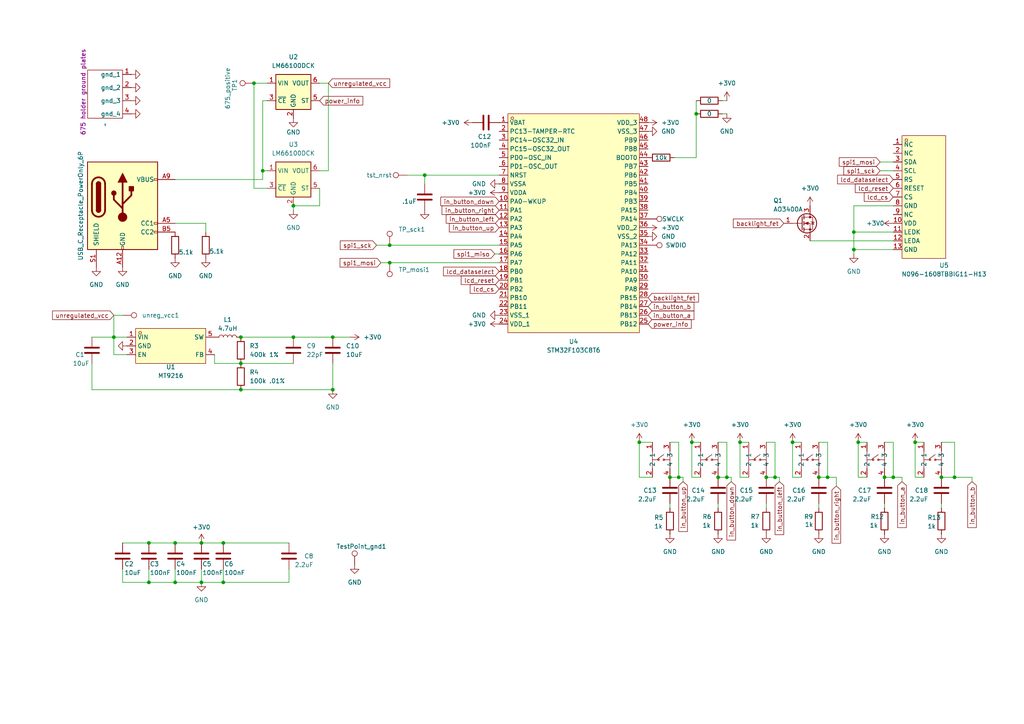
<source format=kicad_sch>
(kicad_sch (version 20250114) (generator "eeschema") (generator_version "9.0")
  (paper "A4")
  (title_block (title "stm32 business card"))
  (lib_symbols
    (symbol "Connector:TestPoint" (pin_numbers (hide yes)) (pin_names (offset 0.762) (hide yes))
      (property "Reference" "TP" (at 0 6.858 0))
      (property "Value" "TestPoint" (at 0 5.08 0))
      (symbol "TestPoint_0_1"
        (circle (center 0 3.302) (radius 0.762))
      )
      (symbol "TestPoint_1_1"
        (pin passive line (at 0 0 90) (length 2.54) (name "1") (number "1"))
      )
    )
    (symbol "Connector:USB_C_Receptacle_PowerOnly_6P" (pin_names (offset 1.016))
      (property "Reference" "J" (at 0 16.51 0))
      (property "Value" "USB_C_Receptacle_PowerOnly_6P" (at 0 13.97 0))
      (symbol "USB_C_Receptacle_PowerOnly_6P_0_0"
        (rectangle (start -0.254 -12.7) (end 0.254 -11.684))
        (rectangle (start 10.16 7.874) (end 9.144 7.366))
        (rectangle (start 10.16 -4.826) (end 9.144 -5.334))
        (rectangle (start 10.16 -7.366) (end 9.144 -7.874))
      )
      (symbol "USB_C_Receptacle_PowerOnly_6P_0_1"
        (rectangle (start -10.16 12.7) (end 10.16 -12.7) (stroke (width 0.254)) (fill (type background)))
        (polyline (pts (xy -8.89 -1.27) (xy -8.89 6.35)) (stroke (width 0.508)))
        (rectangle (start -7.62 -1.27) (end -6.35 6.35) (stroke (width 0.254)) (fill (type outline)))
        (arc (start -7.62 6.35) (mid -6.985 6.9823) (end -6.35 6.35) (stroke (width 0.254)))
        (arc (start -7.62 6.35) (mid -6.985 6.9823) (end -6.35 6.35) (stroke (width 0.254)) (fill (type outline)))
        (arc (start -8.89 6.35) (mid -6.985 8.2467) (end -5.08 6.35) (stroke (width 0.508)))
        (arc (start -5.08 -1.27) (mid -6.985 -3.1667) (end -8.89 -1.27) (stroke (width 0.508)))
        (arc (start -6.35 -1.27) (mid -6.985 -1.9023) (end -7.62 -1.27) (stroke (width 0.254)))
        (arc (start -6.35 -1.27) (mid -6.985 -1.9023) (end -7.62 -1.27) (stroke (width 0.254)) (fill (type outline)))
        (polyline (pts (xy -5.08 6.35) (xy -5.08 -1.27)) (stroke (width 0.508)))
        (circle (center -2.54 3.683) (radius 0.635) (stroke (width 0.254)) (fill (type outline)))
        (polyline (pts (xy -1.27 6.858) (xy 0 9.398) (xy 1.27 6.858) (xy -1.27 6.858)) (stroke (width 0.254)) (fill (type outline)))
        (polyline (pts (xy 0 0.508) (xy 2.54 3.048) (xy 2.54 4.318)) (stroke (width 0.508)))
        (polyline (pts (xy 0 -0.762) (xy -2.54 1.778) (xy -2.54 3.048)) (stroke (width 0.508)))
        (polyline (pts (xy 0 -3.302) (xy 0 6.858)) (stroke (width 0.508)))
        (circle (center 0 -3.302) (radius 1.27) (fill (type outline)))
        (rectangle (start 1.905 4.318) (end 3.175 5.588) (stroke (width 0.254)) (fill (type outline)))
      )
      (symbol "USB_C_Receptacle_PowerOnly_6P_1_1"
        (pin passive line (at -7.62 -17.78 90) (length 5.08) (name "SHIELD") (number "S1"))
        (pin passive line (at 0 -17.78 90) (length 5.08) (name "GND") (number "A12"))
        (pin passive line (at 0 -17.78 90) (length 5.08) (hide yes) (name "GND") (number "B12"))
        (pin passive line (at 15.24 7.62 180) (length 5.08) (name "VBUS") (number "A9"))
        (pin passive line (at 15.24 7.62 180) (length 5.08) (hide yes) (name "VBUS") (number "B9"))
        (pin bidirectional line (at 15.24 -5.08 180) (length 5.08) (name "CC1") (number "A5"))
        (pin bidirectional line (at 15.24 -7.62 180) (length 5.08) (name "CC2") (number "B5"))
      )
    )
    (symbol "Device:C" (pin_numbers (hide yes)) (pin_names (offset 0.254))
      (property "Reference" "C" (at 0.635 2.54 0))
      (property "Value" "C" (at 0.635 -2.54 0))
      (symbol "C_0_1"
        (polyline (pts (xy -2.032 0.762) (xy 2.032 0.762)) (stroke (width 0.508)))
        (polyline (pts (xy -2.032 -0.762) (xy 2.032 -0.762)) (stroke (width 0.508)))
      )
      (symbol "C_1_1"
        (pin passive line (at 0 3.81 270) (length 2.794) (name "~") (number "1"))
        (pin passive line (at 0 -3.81 90) (length 2.794) (name "~") (number "2"))
      )
    )
    (symbol "Device:L" (pin_numbers (hide yes)) (pin_names (offset 1.016) (hide yes))
      (property "Reference" "L" (at -1.27 0 90))
      (property "Value" "L" (at 1.905 0 90))
      (symbol "L_0_1"
        (arc (start 0 2.54) (mid 0.6323 1.905) (end 0 1.27))
        (arc (start 0 1.27) (mid 0.6323 0.635) (end 0 0))
        (arc (start 0 0) (mid 0.6323 -0.635) (end 0 -1.27))
        (arc (start 0 -1.27) (mid 0.6323 -1.905) (end 0 -2.54))
      )
      (symbol "L_1_1"
        (pin passive line (at 0 3.81 270) (length 1.27) (name "1") (number "1"))
        (pin passive line (at 0 -3.81 90) (length 1.27) (name "2") (number "2"))
      )
    )
    (symbol "Device:R" (pin_numbers (hide yes)) (pin_names (offset 0))
      (property "Reference" "R" (at 2.032 0 90))
      (property "Value" "R" (at 0 0 90))
      (symbol "R_0_1"
        (rectangle (start -1.016 -2.54) (end 1.016 2.54) (stroke (width 0.254)))
      )
      (symbol "R_1_1"
        (pin passive line (at 0 3.81 270) (length 1.27) (name "~") (number "1"))
        (pin passive line (at 0 -3.81 90) (length 1.27) (name "~") (number "2"))
      )
    )
    (symbol "Power_Management:LM66100DCK"
      (property "Reference" "U" (at -5.08 6.096 0))
      (property "Value" "LM66100DCK" (at 0.254 -6.35 0))
      (symbol "LM66100DCK_0_1"
        (rectangle (start -5.08 5.08) (end 5.08 -5.08) (stroke (width 0.254)) (fill (type background)))
      )
      (symbol "LM66100DCK_1_1"
        (pin power_in line (at -7.62 2.54 0) (length 2.54) (name "VIN") (number "1"))
        (pin input line (at -7.62 -2.54 0) (length 2.54) (name "~{CE}") (number "3"))
        (pin no_connect line (at 0 5.08 270) (length 2.54) (hide yes) (name "NC") (number "4"))
        (pin power_in line (at 0 -7.62 90) (length 2.54) (name "GND") (number "2"))
        (pin power_out line (at 7.62 2.54 180) (length 2.54) (name "VOUT") (number "6"))
        (pin open_collector line (at 7.62 -2.54 180) (length 2.54) (name "ST") (number "5"))
      )
    )
    (symbol "Transistor_FET:AO3400A" (pin_names (hide yes))
      (property "Reference" "Q" (at 5.08 1.905 0))
      (property "Value" "AO3400A" (at 5.08 0 0))
      (symbol "AO3400A_0_1"
        (polyline (pts (xy 0.254 1.905) (xy 0.254 -1.905)) (stroke (width 0.254)))
        (polyline (pts (xy 0.254 0) (xy -2.54 0)))
        (polyline (pts (xy 0.762 2.286) (xy 0.762 1.27)) (stroke (width 0.254)))
        (polyline (pts (xy 0.762 0.508) (xy 0.762 -0.508)) (stroke (width 0.254)))
        (polyline (pts (xy 0.762 -1.27) (xy 0.762 -2.286)) (stroke (width 0.254)))
        (polyline (pts (xy 0.762 -1.778) (xy 3.302 -1.778) (xy 3.302 1.778) (xy 0.762 1.778)))
        (polyline (pts (xy 1.016 0) (xy 2.032 0.381) (xy 2.032 -0.381) (xy 1.016 0)) (fill (type outline)))
        (circle (center 1.651 0) (radius 2.794) (stroke (width 0.254)))
        (polyline (pts (xy 2.54 2.54) (xy 2.54 1.778)))
        (circle (center 2.54 1.778) (radius 0.254) (fill (type outline)))
        (circle (center 2.54 -1.778) (radius 0.254) (fill (type outline)))
        (polyline (pts (xy 2.54 -2.54) (xy 2.54 0) (xy 0.762 0)))
        (polyline (pts (xy 2.794 0.508) (xy 2.921 0.381) (xy 3.683 0.381) (xy 3.81 0.254)))
        (polyline (pts (xy 3.302 0.381) (xy 2.921 -0.254) (xy 3.683 -0.254) (xy 3.302 0.381)))
      )
      (symbol "AO3400A_1_1"
        (pin input line (at -5.08 0 0) (length 2.54) (name "G") (number "1"))
        (pin passive line (at 2.54 5.08 270) (length 2.54) (name "D") (number "3"))
        (pin passive line (at 2.54 -5.08 90) (length 2.54) (name "S") (number "2"))
      )
    )
    (symbol "battery_holder:quad_675"
      (symbol "quad_675_0_1"
        (rectangle (start 2.54 12.7) (end 12.7 -1.27))
      )
      (symbol "quad_675_1_1"
        (pin bidirectional line (at 0 11.43 0) (length 2.54) (name "gnd_4") (number "4"))
        (pin bidirectional line (at 0 7.62 0) (length 2.54) (name "gnd_3") (number "3"))
        (pin bidirectional line (at 0 3.81 0) (length 2.54) (name "gnd_2") (number "2"))
        (pin bidirectional line (at 0 0 0) (length 2.54) (name "gnd_1") (number "1"))
      )
    )
    (symbol "easyeda2kicad:MT9216"
      (property "Reference" "U" (at 0 7.62 0))
      (property "Value" "MT9216" (at 0 -7.62 0))
      (symbol "MT9216_0_1"
        (rectangle (start -10.16 5.08) (end 10.16 -5.08) (fill (type background)))
        (circle (center -8.89 3.81) (radius 0.38))
        (pin unspecified line (at -12.7 2.54 0) (length 2.54) (name "VIN") (number "1"))
        (pin unspecified line (at -12.7 0 0) (length 2.54) (name "GND") (number "2"))
        (pin unspecified line (at -12.7 -2.54 0) (length 2.54) (name "EN") (number "3"))
        (pin unspecified line (at 12.7 2.54 180) (length 2.54) (name "SW") (number "5"))
        (pin unspecified line (at 12.7 -2.54 180) (length 2.54) (name "FB") (number "4"))
      )
    )
    (symbol "easyeda2kicad:N096-1608TBBIG11-H13"
      (property "Reference" "U" (at 0 20.32 0))
      (property "Value" "N096-1608TBBIG11-H13" (at 0 -20.32 0))
      (symbol "N096-1608TBBIG11-H13_0_1"
        (rectangle (start -6.35 17.78) (end 6.35 -17.78) (fill (type background)))
        (circle (center -5.08 16.51) (radius 0.38))
        (pin unspecified line (at -8.89 15.24 0) (length 2.54) (name "NC") (number "1"))
        (pin unspecified line (at -8.89 12.7 0) (length 2.54) (name "NC") (number "2"))
        (pin unspecified line (at -8.89 10.16 0) (length 2.54) (name "SDA") (number "3"))
        (pin unspecified line (at -8.89 7.62 0) (length 2.54) (name "SCL") (number "4"))
        (pin unspecified line (at -8.89 5.08 0) (length 2.54) (name "RS") (number "5"))
        (pin unspecified line (at -8.89 2.54 0) (length 2.54) (name "RESET") (number "6"))
        (pin unspecified line (at -8.89 0 0) (length 2.54) (name "CS") (number "7"))
        (pin unspecified line (at -8.89 -2.54 0) (length 2.54) (name "GND") (number "8"))
        (pin unspecified line (at -8.89 -5.08 0) (length 2.54) (name "NC") (number "9"))
        (pin unspecified line (at -8.89 -7.62 0) (length 2.54) (name "VDD") (number "10"))
        (pin unspecified line (at -8.89 -10.16 0) (length 2.54) (name "LEDK") (number "11"))
        (pin unspecified line (at -8.89 -12.7 0) (length 2.54) (name "LEDA") (number "12"))
        (pin unspecified line (at -8.89 -15.24 0) (length 2.54) (name "GND") (number "13"))
      )
    )
    (symbol "easyeda2kicad:STM32F103C8T6"
      (property "Reference" "U" (at 0 34.29 0))
      (property "Value" "STM32F103C8T6" (at 0 -34.29 0))
      (symbol "STM32F103C8T6_0_1"
        (rectangle (start -19.05 31.75) (end 19.05 -31.75) (fill (type background)))
        (circle (center -17.78 30.48) (radius 0.38))
        (pin unspecified line (at -21.59 29.21 0) (length 2.54) (name "VBAT") (number "1"))
        (pin unspecified line (at -21.59 26.67 0) (length 2.54) (name "PC13-TAMPER-RTC") (number "2"))
        (pin unspecified line (at -21.59 24.13 0) (length 2.54) (name "PC14-OSC32_IN") (number "3"))
        (pin unspecified line (at -21.59 21.59 0) (length 2.54) (name "PC15-OSC32_OUT") (number "4"))
        (pin unspecified line (at -21.59 19.05 0) (length 2.54) (name "PD0-OSC_IN") (number "5"))
        (pin unspecified line (at -21.59 16.51 0) (length 2.54) (name "PD1-OSC_OUT") (number "6"))
        (pin unspecified line (at -21.59 13.97 0) (length 2.54) (name "NRST") (number "7"))
        (pin unspecified line (at -21.59 11.43 0) (length 2.54) (name "VSSA") (number "8"))
        (pin unspecified line (at -21.59 8.89 0) (length 2.54) (name "VDDA") (number "9"))
        (pin unspecified line (at -21.59 6.35 0) (length 2.54) (name "PA0-WKUP") (number "10"))
        (pin unspecified line (at -21.59 3.81 0) (length 2.54) (name "PA1") (number "11"))
        (pin unspecified line (at -21.59 1.27 0) (length 2.54) (name "PA2") (number "12"))
        (pin unspecified line (at -21.59 -1.27 0) (length 2.54) (name "PA3") (number "13"))
        (pin unspecified line (at -21.59 -3.81 0) (length 2.54) (name "PA4") (number "14"))
        (pin unspecified line (at -21.59 -6.35 0) (length 2.54) (name "PA5") (number "15"))
        (pin unspecified line (at -21.59 -8.89 0) (length 2.54) (name "PA6") (number "16"))
        (pin unspecified line (at -21.59 -11.43 0) (length 2.54) (name "PA7") (number "17"))
        (pin unspecified line (at -21.59 -13.97 0) (length 2.54) (name "PB0") (number "18"))
        (pin unspecified line (at -21.59 -16.51 0) (length 2.54) (name "PB1") (number "19"))
        (pin unspecified line (at -21.59 -19.05 0) (length 2.54) (name "PB2") (number "20"))
        (pin unspecified line (at -21.59 -21.59 0) (length 2.54) (name "PB10") (number "21"))
        (pin unspecified line (at -21.59 -24.13 0) (length 2.54) (name "PB11") (number "22"))
        (pin unspecified line (at -21.59 -26.67 0) (length 2.54) (name "VSS_1") (number "23"))
        (pin unspecified line (at -21.59 -29.21 0) (length 2.54) (name "VDD_1") (number "24"))
        (pin unspecified line (at 21.59 29.21 180) (length 2.54) (name "VDD_3") (number "48"))
        (pin unspecified line (at 21.59 26.67 180) (length 2.54) (name "VSS_3") (number "47"))
        (pin unspecified line (at 21.59 24.13 180) (length 2.54) (name "PB9") (number "46"))
        (pin unspecified line (at 21.59 21.59 180) (length 2.54) (name "PB8") (number "45"))
        (pin unspecified line (at 21.59 19.05 180) (length 2.54) (name "BOOT0") (number "44"))
        (pin unspecified line (at 21.59 16.51 180) (length 2.54) (name "PB7") (number "43"))
        (pin unspecified line (at 21.59 13.97 180) (length 2.54) (name "PB6") (number "42"))
        (pin unspecified line (at 21.59 11.43 180) (length 2.54) (name "PB5") (number "41"))
        (pin unspecified line (at 21.59 8.89 180) (length 2.54) (name "PB4") (number "40"))
        (pin unspecified line (at 21.59 6.35 180) (length 2.54) (name "PB3") (number "39"))
        (pin unspecified line (at 21.59 3.81 180) (length 2.54) (name "PA15") (number "38"))
        (pin unspecified line (at 21.59 1.27 180) (length 2.54) (name "PA14") (number "37"))
        (pin unspecified line (at 21.59 -1.27 180) (length 2.54) (name "VDD_2") (number "36"))
        (pin unspecified line (at 21.59 -3.81 180) (length 2.54) (name "VSS_2") (number "35"))
        (pin unspecified line (at 21.59 -6.35 180) (length 2.54) (name "PA13") (number "34"))
        (pin unspecified line (at 21.59 -8.89 180) (length 2.54) (name "PA12") (number "33"))
        (pin unspecified line (at 21.59 -11.43 180) (length 2.54) (name "PA11") (number "32"))
        (pin unspecified line (at 21.59 -13.97 180) (length 2.54) (name "PA10") (number "31"))
        (pin unspecified line (at 21.59 -16.51 180) (length 2.54) (name "PA9") (number "30"))
        (pin unspecified line (at 21.59 -19.05 180) (length 2.54) (name "PA8") (number "29"))
        (pin unspecified line (at 21.59 -21.59 180) (length 2.54) (name "PB15") (number "28"))
        (pin unspecified line (at 21.59 -24.13 180) (length 2.54) (name "PB14") (number "27"))
        (pin unspecified line (at 21.59 -26.67 180) (length 2.54) (name "PB13") (number "26"))
        (pin unspecified line (at 21.59 -29.21 180) (length 2.54) (name "PB12") (number "25"))
      )
    )
    (symbol "easyeda2kicad:TSD003A04126A02"
      (property "Reference" "SW" (at 0 7.62 0))
      (property "Value" "TSD003A04126A02" (at 0 -7.62 0))
      (symbol "TSD003A04126A02_0_1"
        (polyline (pts (xy -2.54 2.54) (xy 2.54 2.54)))
        (polyline (pts (xy -1.52 -0.76) (xy -0.25 1.02)))
        (polyline (pts (xy 0 2.54) (xy 0 1.52)))
        (polyline (pts (xy 0 1.52) (xy 0 0.76)))
        (circle (center 0 0.76) (radius 0.25))
        (circle (center 0 -0.76) (radius 0.25))
        (polyline (pts (xy 0 -2.54) (xy 0 -0.76)))
        (polyline (pts (xy 2.54 -2.54) (xy -2.54 -2.54)))
        (pin unspecified line (at -5.08 2.54 0) (length 2.54) (name "1") (number "1"))
        (pin unspecified line (at -5.08 -2.54 0) (length 2.54) (name "3") (number "3"))
        (pin unspecified line (at 5.08 2.54 180) (length 2.54) (name "2") (number "2"))
        (pin unspecified line (at 5.08 -2.54 180) (length 2.54) (name "4") (number "4"))
      )
    )
    (symbol "power:+3V0" (power) (pin_numbers (hide yes)) (pin_names (offset 0) (hide yes))
      (property "Value" "+3V0" (at 0 3.556 0))
      (symbol "+3V0_0_1"
        (polyline (pts (xy -0.762 1.27) (xy 0 2.54)))
        (polyline (pts (xy 0 2.54) (xy 0.762 1.27)))
        (polyline (pts (xy 0 0) (xy 0 2.54)))
      )
      (symbol "+3V0_1_1"
        (pin power_in line (at 0 0 90) (length 0) (name "~") (number "1"))
      )
    )
    (symbol "power:GND" (power) (pin_numbers (hide yes)) (pin_names (offset 0) (hide yes))
      (property "Value" "GND" (at 0 -3.81 0))
      (symbol "GND_0_1"
        (polyline (pts (xy 0 0) (xy 0 -1.27) (xy 1.27 -1.27) (xy 0 -2.54) (xy -1.27 -1.27) (xy 0 -1.27)))
      )
      (symbol "GND_1_1"
        (pin power_in line (at 0 0 270) (length 0) (name "~") (number "1"))
      )
    )
  )
  (junction (at 50.8 157.48))
  (junction (at 194.31 138.43))
  (junction (at 247.65 67.31))
  (junction (at 113.03 76.2))
  (junction (at 85.09 97.79))
  (junction (at 224.79 138.43))
  (junction (at 43.18 168.91))
  (junction (at 265.43 128.27))
  (junction (at 58.42 168.91))
  (junction (at 240.03 138.43))
  (junction (at 276.86 138.43))
  (junction (at 208.28 138.43))
  (junction (at 248.92 128.27))
  (junction (at 273.05 138.43))
  (junction (at 69.85 97.79))
  (junction (at 123.19 50.8))
  (junction (at 96.52 97.79))
  (junction (at 96.52 113.03))
  (junction (at 73.66 24.13))
  (junction (at 237.49 138.43))
  (junction (at 222.25 138.43))
  (junction (at 214.63 128.27))
  (junction (at 259.08 138.43))
  (junction (at 201.93 33.02))
  (junction (at 185.42 128.27))
  (junction (at 50.8 168.91))
  (junction (at 76.2 49.53))
  (junction (at 210.82 138.43))
  (junction (at 247.65 72.39))
  (junction (at 64.77 157.48))
  (junction (at 85.09 59.69))
  (junction (at 229.87 128.27))
  (junction (at 196.85 138.43))
  (junction (at 256.54 138.43))
  (junction (at 43.18 157.48))
  (junction (at 113.03 71.12))
  (junction (at 69.85 113.03))
  (junction (at 69.85 105.41))
  (junction (at 200.66 128.27))
  (junction (at 64.77 168.91))
  (junction (at 33.02 97.79))
  (junction (at 58.42 157.48))
  (wire (pts (xy 194.31 147.32) (xy 194.31 146.05)))
  (wire (pts (xy 222.25 128.27) (xy 224.79 128.27)))
  (wire (pts (xy 76.2 52.07) (xy 76.2 49.53)))
  (wire (pts (xy 267.97 138.43) (xy 265.43 138.43)))
  (wire (pts (xy 256.54 138.43) (xy 259.08 138.43)))
  (wire (pts (xy 85.09 60.96) (xy 85.09 59.69)))
  (wire (pts (xy 43.18 165.1) (xy 43.18 168.91)))
  (wire (pts (xy 33.02 97.79) (xy 33.02 102.87)))
  (wire (pts (xy 210.82 29.21) (xy 209.55 29.21)))
  (wire (pts (xy 185.42 128.27) (xy 185.42 138.43)))
  (wire (pts (xy 200.66 128.27) (xy 203.2 128.27)))
  (wire (pts (xy 261.62 139.7) (xy 261.62 138.43)))
  (wire (pts (xy 237.49 138.43) (xy 240.03 138.43)))
  (wire (pts (xy 77.47 29.21) (xy 76.2 29.21)))
  (wire (pts (xy 256.54 128.27) (xy 259.08 128.27)))
  (wire (pts (xy 59.69 64.77) (xy 59.69 67.31)))
  (wire (pts (xy 248.92 128.27) (xy 248.92 138.43)))
  (wire (pts (xy 69.85 113.03) (xy 96.52 113.03)))
  (wire (pts (xy 113.03 71.12) (xy 144.78 71.12)))
  (wire (pts (xy 247.65 59.69) (xy 247.65 67.31)))
  (wire (pts (xy 33.02 91.44) (xy 33.02 97.79)))
  (wire (pts (xy 251.46 138.43) (xy 248.92 138.43)))
  (wire (pts (xy 77.47 54.61) (xy 73.66 54.61)))
  (wire (pts (xy 229.87 128.27) (xy 232.41 128.27)))
  (wire (pts (xy 69.85 113.03) (xy 26.67 113.03)))
  (wire (pts (xy 255.27 46.99) (xy 259.08 46.99)))
  (wire (pts (xy 73.66 24.13) (xy 77.47 24.13)))
  (wire (pts (xy 189.23 138.43) (xy 185.42 138.43)))
  (wire (pts (xy 64.77 157.48) (xy 83.82 157.48)))
  (wire (pts (xy 73.66 24.13) (xy 73.66 54.61)))
  (wire (pts (xy 62.23 105.41) (xy 69.85 105.41)))
  (wire (pts (xy 50.8 165.1) (xy 50.8 168.91)))
  (wire (pts (xy 232.41 138.43) (xy 229.87 138.43)))
  (wire (pts (xy 273.05 147.32) (xy 273.05 146.05)))
  (wire (pts (xy 237.49 128.27) (xy 240.03 128.27)))
  (wire (pts (xy 281.94 139.7) (xy 281.94 138.43)))
  (wire (pts (xy 76.2 49.53) (xy 77.47 49.53)))
  (wire (pts (xy 210.82 138.43) (xy 212.09 138.43)))
  (wire (pts (xy 83.82 168.91) (xy 83.82 165.1)))
  (wire (pts (xy 50.8 64.77) (xy 59.69 64.77)))
  (wire (pts (xy 123.19 50.8) (xy 123.19 53.34)))
  (wire (pts (xy 198.12 139.7) (xy 198.12 138.43)))
  (wire (pts (xy 226.06 138.43) (xy 224.79 138.43)))
  (wire (pts (xy 208.28 147.32) (xy 208.28 146.05)))
  (wire (pts (xy 96.52 105.41) (xy 96.52 113.03)))
  (wire (pts (xy 36.83 102.87) (xy 33.02 102.87)))
  (wire (pts (xy 118.11 50.8) (xy 123.19 50.8)))
  (wire (pts (xy 33.02 97.79) (xy 36.83 97.79)))
  (wire (pts (xy 214.63 128.27) (xy 217.17 128.27)))
  (wire (pts (xy 259.08 67.31) (xy 247.65 67.31)))
  (wire (pts (xy 95.25 24.13) (xy 92.71 24.13)))
  (wire (pts (xy 212.09 138.43) (xy 212.09 139.7)))
  (wire (pts (xy 43.18 168.91) (xy 50.8 168.91)))
  (wire (pts (xy 64.77 168.91) (xy 83.82 168.91)))
  (wire (pts (xy 208.28 128.27) (xy 210.82 128.27)))
  (wire (pts (xy 95.25 49.53) (xy 95.25 24.13)))
  (wire (pts (xy 76.2 29.21) (xy 76.2 49.53)))
  (wire (pts (xy 259.08 59.69) (xy 247.65 59.69)))
  (wire (pts (xy 69.85 97.79) (xy 85.09 97.79)))
  (wire (pts (xy 224.79 128.27) (xy 224.79 138.43)))
  (wire (pts (xy 210.82 33.02) (xy 209.55 33.02)))
  (wire (pts (xy 256.54 147.32) (xy 256.54 146.05)))
  (wire (pts (xy 50.8 168.91) (xy 58.42 168.91)))
  (wire (pts (xy 281.94 138.43) (xy 276.86 138.43)))
  (wire (pts (xy 26.67 105.41) (xy 26.67 113.03)))
  (wire (pts (xy 195.58 45.72) (xy 201.93 45.72)))
  (wire (pts (xy 222.25 147.32) (xy 222.25 146.05)))
  (wire (pts (xy 92.71 54.61) (xy 92.71 59.69)))
  (wire (pts (xy 198.12 138.43) (xy 196.85 138.43)))
  (wire (pts (xy 229.87 128.27) (xy 229.87 138.43)))
  (wire (pts (xy 273.05 138.43) (xy 276.86 138.43)))
  (wire (pts (xy 242.57 138.43) (xy 242.57 140.97)))
  (wire (pts (xy 201.93 29.21) (xy 201.93 33.02)))
  (wire (pts (xy 35.56 91.44) (xy 33.02 91.44)))
  (wire (pts (xy 113.03 76.2) (xy 144.78 76.2)))
  (wire (pts (xy 58.42 165.1) (xy 58.42 168.91)))
  (wire (pts (xy 242.57 138.43) (xy 240.03 138.43)))
  (wire (pts (xy 35.56 157.48) (xy 43.18 157.48)))
  (wire (pts (xy 50.8 157.48) (xy 58.42 157.48)))
  (wire (pts (xy 109.22 71.12) (xy 113.03 71.12)))
  (wire (pts (xy 194.31 128.27) (xy 196.85 128.27)))
  (wire (pts (xy 143.51 73.66) (xy 144.78 73.66)))
  (wire (pts (xy 276.86 138.43) (xy 276.86 128.27)))
  (wire (pts (xy 217.17 138.43) (xy 214.63 138.43)))
  (wire (pts (xy 92.71 49.53) (xy 95.25 49.53)))
  (wire (pts (xy 58.42 157.48) (xy 64.77 157.48)))
  (wire (pts (xy 210.82 128.27) (xy 210.82 138.43)))
  (wire (pts (xy 273.05 128.27) (xy 276.86 128.27)))
  (wire (pts (xy 85.09 59.69) (xy 92.71 59.69)))
  (wire (pts (xy 240.03 138.43) (xy 240.03 128.27)))
  (wire (pts (xy 110.49 76.2) (xy 113.03 76.2)))
  (wire (pts (xy 101.6 97.79) (xy 96.52 97.79)))
  (wire (pts (xy 58.42 168.91) (xy 64.77 168.91)))
  (wire (pts (xy 62.23 102.87) (xy 62.23 105.41)))
  (wire (pts (xy 26.67 97.79) (xy 33.02 97.79)))
  (wire (pts (xy 214.63 128.27) (xy 214.63 138.43)))
  (wire (pts (xy 265.43 128.27) (xy 267.97 128.27)))
  (wire (pts (xy 226.06 139.7) (xy 226.06 138.43)))
  (wire (pts (xy 201.93 33.02) (xy 201.93 45.72)))
  (wire (pts (xy 237.49 147.32) (xy 237.49 146.05)))
  (wire (pts (xy 261.62 138.43) (xy 259.08 138.43)))
  (wire (pts (xy 203.2 138.43) (xy 200.66 138.43)))
  (wire (pts (xy 247.65 67.31) (xy 247.65 72.39)))
  (wire (pts (xy 265.43 128.27) (xy 265.43 138.43)))
  (wire (pts (xy 259.08 138.43) (xy 259.08 128.27)))
  (wire (pts (xy 248.92 128.27) (xy 251.46 128.27)))
  (wire (pts (xy 208.28 138.43) (xy 210.82 138.43)))
  (wire (pts (xy 194.31 138.43) (xy 196.85 138.43)))
  (wire (pts (xy 50.8 52.07) (xy 76.2 52.07)))
  (wire (pts (xy 234.95 69.85) (xy 259.08 69.85)))
  (wire (pts (xy 69.85 105.41) (xy 85.09 105.41)))
  (wire (pts (xy 222.25 138.43) (xy 224.79 138.43)))
  (wire (pts (xy 185.42 128.27) (xy 189.23 128.27)))
  (wire (pts (xy 43.18 157.48) (xy 50.8 157.48)))
  (wire (pts (xy 247.65 72.39) (xy 247.65 73.66)))
  (wire (pts (xy 64.77 165.1) (xy 64.77 168.91)))
  (wire (pts (xy 35.56 165.1) (xy 35.56 168.91)))
  (wire (pts (xy 196.85 128.27) (xy 196.85 138.43)))
  (wire (pts (xy 247.65 72.39) (xy 259.08 72.39)))
  (wire (pts (xy 255.27 49.53) (xy 259.08 49.53)))
  (wire (pts (xy 200.66 128.27) (xy 200.66 138.43)))
  (wire (pts (xy 123.19 50.8) (xy 144.78 50.8)))
  (wire (pts (xy 85.09 97.79) (xy 96.52 97.79)))
  (wire (pts (xy 35.56 168.91) (xy 43.18 168.91)))
  (global_label "in_button_b" (shape input) (at 281.94 139.7 270) (property "Intersheetrefs" "${INTERSHEET_REFS}" (effects (hide yes))))
  (global_label "backlight_fet" (shape input) (at 187.96 86.36 0) (property "Intersheetrefs" "${INTERSHEET_REFS}" (effects (hide yes))))
  (global_label "lcd_cs" (shape input) (at 259.08 57.15 180) (property "Intersheetrefs" "${INTERSHEET_REFS}" (effects (hide yes))))
  (global_label "in_button_down" (shape input) (at 212.09 139.7 270) (property "Intersheetrefs" "${INTERSHEET_REFS}" (effects (hide yes))))
  (global_label "lcd_reset" (shape input) (at 259.08 54.61 180) (property "Intersheetrefs" "${INTERSHEET_REFS}" (effects (hide yes))))
  (global_label "in_button_right" (shape input) (at 242.57 140.97 270) (property "Intersheetrefs" "${INTERSHEET_REFS}" (effects (hide yes))))
  (global_label "spi1_mosi" (shape input) (at 255.27 46.99 180) (property "Intersheetrefs" "${INTERSHEET_REFS}" (effects (hide yes))))
  (global_label "in_button_b" (shape input) (at 187.96 88.9 0) (property "Intersheetrefs" "${INTERSHEET_REFS}" (effects (hide yes))))
  (global_label "in_button_a" (shape input) (at 187.96 91.44 0) (property "Intersheetrefs" "${INTERSHEET_REFS}" (effects (hide yes))))
  (global_label "spi1_sck" (shape input) (at 109.22 71.12 180) (property "Intersheetrefs" "${INTERSHEET_REFS}" (effects (hide yes))))
  (global_label "backlight_fet" (shape input) (at 227.33 64.77 180) (property "Intersheetrefs" "${INTERSHEET_REFS}" (effects (hide yes))))
  (global_label "in_button_a" (shape input) (at 261.62 139.7 270) (property "Intersheetrefs" "${INTERSHEET_REFS}" (effects (hide yes))))
  (global_label "lcd_cs" (shape input) (at 144.78 83.82 180) (property "Intersheetrefs" "${INTERSHEET_REFS}" (effects (hide yes))))
  (global_label "lcd_dataselect" (shape input) (at 259.08 52.07 180) (property "Intersheetrefs" "${INTERSHEET_REFS}" (effects (hide yes))))
  (global_label "lcd_reset" (shape input) (at 144.78 81.28 180) (property "Intersheetrefs" "${INTERSHEET_REFS}" (effects (hide yes))))
  (global_label "lcd_dataselect" (shape input) (at 144.78 78.74 180) (property "Intersheetrefs" "${INTERSHEET_REFS}" (effects (hide yes))))
  (global_label "in_button_left" (shape input) (at 144.78 63.5 180) (property "Intersheetrefs" "${INTERSHEET_REFS}" (effects (hide yes))))
  (global_label "in_button_right" (shape input) (at 144.78 60.96 180) (property "Intersheetrefs" "${INTERSHEET_REFS}" (effects (hide yes))))
  (global_label "in_button_up" (shape input) (at 198.12 139.7 270) (property "Intersheetrefs" "${INTERSHEET_REFS}" (effects (hide yes))))
  (global_label "in_button_left" (shape input) (at 226.06 139.7 270) (property "Intersheetrefs" "${INTERSHEET_REFS}" (effects (hide yes))))
  (global_label "unregulated_vcc" (shape input) (at 95.25 24.13 0) (property "Intersheetrefs" "${INTERSHEET_REFS}" (effects (hide yes))))
  (global_label "in_button_up" (shape input) (at 144.78 66.04 180) (property "Intersheetrefs" "${INTERSHEET_REFS}" (effects (hide yes))))
  (global_label "power_info" (shape input) (at 92.71 29.21 0) (property "Intersheetrefs" "${INTERSHEET_REFS}" (effects (hide yes))))
  (global_label "spi1_miso" (shape input) (at 143.51 73.66 180) (property "Intersheetrefs" "${INTERSHEET_REFS}" (effects (hide yes))))
  (global_label "power_info" (shape input) (at 187.96 93.98 0) (property "Intersheetrefs" "${INTERSHEET_REFS}" (effects (hide yes))))
  (global_label "spi1_sck" (shape input) (at 255.27 49.53 180) (property "Intersheetrefs" "${INTERSHEET_REFS}" (effects (hide yes))))
  (global_label "unregulated_vcc" (shape input) (at 33.02 91.44 180) (property "Intersheetrefs" "${INTERSHEET_REFS}" (effects (hide yes))))
  (global_label "in_button_down" (shape input) (at 144.78 58.42 180) (property "Intersheetrefs" "${INTERSHEET_REFS}" (effects (hide yes))))
  (global_label "spi1_mosi" (shape input) (at 110.49 76.2 180) (property "Intersheetrefs" "${INTERSHEET_REFS}" (effects (hide yes))))
  (symbol (lib_id "power:GND") (at 38.1 29.21 90) (unit 1)
    (property "Reference" "#PWR031" (effects (hide yes)))
    (property "Value" "GND" (effects (hide yes)))
    (property "Description" "Power symbol creates a global label with name \"GND\" , ground" (effects (hide yes)))
  )
  (symbol (lib_id "power:GND") (at 247.65 73.66 0) (unit 1)
    (property "Reference" "#PWR037" (effects (hide yes)))
    (property "Value" "GND" (at 247.65 78.74 0))
    (property "Description" "Power symbol creates a global label with name \"GND\" , ground" (effects (hide yes)))
  )
  (symbol (lib_id "Connector:TestPoint") (at 73.66 24.13 90) (unit 1)
    (property "Reference" "TP1" (at 68.072 22.86 0) (effects (justify right)))
    (property "Value" "675_positive" (at 66.04 19.558 0) (effects (justify right)))
    (property "Footprint" "TestPoint:TestPoint_Pad_4.0x4.0mm" (effects (hide yes)))
    (property "Description" "test point" (effects (hide yes)))
  )
  (symbol (lib_id "Device:R") (at 222.25 151.13 180) (unit 1)
    (property "Reference" "R7" (at 217.678 149.86 0) (effects (justify right)))
    (property "Value" "1k" (at 217.678 152.4 0) (effects (justify right)))
    (property "Footprint" "Resistor_SMD:R_0603_1608Metric" (effects (hide yes)))
    (property "Description" "Resistor" (effects (hide yes)))
  )
  (symbol (lib_id "Device:L") (at 66.04 97.79 90) (unit 1)
    (property "Reference" "L1" (at 66.04 92.71 90))
    (property "Value" "4.7uH" (at 66.04 95.25 90))
    (property "Footprint" "indigos_kicad_lib:IND-SMD_L5.8-W5.2" (effects (hide yes)))
    (property "Description" "Inductor" (effects (hide yes)))
  )
  (symbol (lib_id "power:GND") (at 144.78 91.44 270) (unit 1)
    (property "Reference" "#PWR018" (effects (hide yes)))
    (property "Value" "GND" (at 140.97 91.4399 90) (effects (justify right)))
    (property "Description" "Power symbol creates a global label with name \"GND\" , ground" (effects (hide yes)))
  )
  (symbol (lib_id "Device:C") (at 123.19 57.15 0) (unit 1)
    (property "Reference" "C11" (effects (hide yes)))
    (property "Value" ".1uF" (at 116.586 58.42 0) (effects (justify left)))
    (property "Footprint" "Capacitor_SMD:C_0603_1608Metric" (effects (hide yes)))
    (property "Description" "Unpolarized capacitor" (effects (hide yes)))
  )
  (symbol (lib_id "Device:C") (at 50.8 161.29 0) (unit 1)
    (property "Reference" "C4" (at 51.054 163.576 0) (effects (justify left)))
    (property "Value" "100nF" (at 51.054 166.116 0) (effects (justify left)))
    (property "Footprint" "Capacitor_SMD:C_0603_1608Metric" (effects (hide yes)))
    (property "Description" "Unpolarized capacitor" (effects (hide yes)))
  )
  (symbol (lib_id "Device:R") (at 50.8 71.12 0) (unit 1)
    (property "Reference" "R1" (effects (hide yes)))
    (property "Value" "5.1k" (at 51.816 73.152 0) (effects (justify left)))
    (property "Footprint" "Resistor_SMD:R_0603_1608Metric" (effects (hide yes)))
    (property "Description" "Resistor" (effects (hide yes)))
  )
  (symbol (lib_id "power:GND") (at 222.25 154.94 0) (unit 1)
    (property "Reference" "#PWR029" (effects (hide yes)))
    (property "Value" "GND" (at 222.25 160.02 0))
    (property "Description" "Power symbol creates a global label with name \"GND\" , ground" (effects (hide yes)))
  )
  (symbol (lib_id "Device:C") (at 83.82 161.29 180) (unit 1)
    (property "Reference" "C8" (at 90.932 161.29 0) (effects (justify left)))
    (property "Value" "2.2uF" (at 90.932 163.83 0) (effects (justify left)))
    (property "Footprint" "Capacitor_SMD:C_0603_1608Metric" (effects (hide yes)))
    (property "Description" "Unpolarized capacitor" (effects (hide yes)))
  )
  (symbol (lib_id "power:+3V0") (at 144.78 55.88 90) (unit 1)
    (property "Reference" "#PWR017" (effects (hide yes)))
    (property "Value" "+3V0" (at 140.97 55.8799 90) (effects (justify left)))
    (property "Description" "Power symbol creates a global label with name \"+3V0\"" (effects (hide yes)))
  )
  (symbol (lib_id "battery_holder:quad_675") (at 38.1 21.59 180) (unit 1)
    (property "Reference" "U6" (effects (hide yes)))
    (property "Value" "~" (at 30.48 35.56 90) (effects (justify left)))
    (property "Footprint" "Library:battery_holder" (effects (hide yes)))
    (property "Description" "675 holder ground plates" (at 24.13 26.67 90))
  )
  (symbol (lib_id "Device:C") (at 64.77 161.29 0) (unit 1)
    (property "Reference" "C6" (at 65.024 163.576 0) (effects (justify left)))
    (property "Value" "100nF" (at 65.024 166.116 0) (effects (justify left)))
    (property "Footprint" "Capacitor_SMD:C_0603_1608Metric" (effects (hide yes)))
    (property "Description" "Unpolarized capacitor" (effects (hide yes)))
  )
  (symbol (lib_id "power:+3V0") (at 248.92 128.27 0) (unit 1)
    (property "Reference" "#PWR036" (effects (hide yes)))
    (property "Value" "+3V0" (at 248.92 123.19 0))
    (property "Description" "Power symbol creates a global label with name \"+3V0\"" (effects (hide yes)))
  )
  (symbol (lib_id "power:+3V0") (at 187.96 66.04 270) (unit 1)
    (property "Reference" "#PWR027" (effects (hide yes)))
    (property "Value" "+3V0" (at 191.77 66.0399 90) (effects (justify left)))
    (property "Description" "Power symbol creates a global label with name \"+3V0\"" (effects (hide yes)))
  )
  (symbol (lib_id "Connector:TestPoint") (at 118.11 50.8 90) (unit 1)
    (property "Reference" "tst_nrst1" (effects (hide yes)))
    (property "Value" "tst_nrst" (at 109.982 50.8 90))
    (property "Footprint" "TestPoint:TestPoint_Pad_D2.0mm" (effects (hide yes)))
    (property "Description" "test point" (effects (hide yes)))
  )
  (symbol (lib_id "power:GND") (at 256.54 154.94 0) (unit 1)
    (property "Reference" "#PWR038" (effects (hide yes)))
    (property "Value" "GND" (at 256.54 160.02 0))
    (property "Description" "Power symbol creates a global label with name \"GND\" , ground" (effects (hide yes)))
  )
  (symbol (lib_id "power:GND") (at 123.19 60.96 0) (unit 1)
    (property "Reference" "#PWR015" (effects (hide yes)))
    (property "Value" "GND" (effects (hide yes)))
    (property "Description" "Power symbol creates a global label with name \"GND\" , ground" (effects (hide yes)))
  )
  (symbol (lib_id "power:GND") (at 187.96 68.58 90) (unit 1)
    (property "Reference" "#PWR028" (effects (hide yes)))
    (property "Value" "GND" (at 191.77 68.5799 90) (effects (justify right)))
    (property "Description" "Power symbol creates a global label with name \"GND\" , ground" (effects (hide yes)))
  )
  (symbol (lib_id "power:+3V0") (at 200.66 128.27 0) (unit 1)
    (property "Reference" "#PWR022" (effects (hide yes)))
    (property "Value" "+3V0" (at 200.66 123.19 0))
    (property "Description" "Power symbol creates a global label with name \"+3V0\"" (effects (hide yes)))
  )
  (symbol (lib_id "power:GND") (at 38.1 33.02 90) (unit 1)
    (property "Reference" "#PWR01" (effects (hide yes)))
    (property "Value" "GND" (effects (hide yes)))
    (property "Description" "Power symbol creates a global label with name \"GND\" , ground" (effects (hide yes)))
  )
  (symbol (lib_id "Device:C") (at 35.56 161.29 0) (unit 1)
    (property "Reference" "C2" (at 36.068 163.576 0) (effects (justify left)))
    (property "Value" "10uF" (at 36.068 166.116 0) (effects (justify left)))
    (property "Footprint" "Capacitor_SMD:C_0603_1608Metric" (effects (hide yes)))
    (property "Description" "Unpolarized capacitor" (effects (hide yes)))
  )
  (symbol (lib_id "power:GND") (at 187.96 38.1 90) (unit 1)
    (property "Reference" "#PWR026" (effects (hide yes)))
    (property "Value" "GND" (at 191.77 38.0999 90) (effects (justify right)))
    (property "Description" "Power symbol creates a global label with name \"GND\" , ground" (effects (hide yes)))
  )
  (symbol (lib_id "easyeda2kicad:TSD003A04126A02") (at 254 133.35 90) (mirror x) (unit 1)
    (property "Reference" "b_a1" (effects (hide yes)))
    (property "Value" "TSD003A04126A02" (effects (hide yes)))
    (property "Footprint" "easyeda2kicad:SW-SMD_4P-L6.0-W6.0-P4.50-LS8.6" (effects (hide yes)))
    (property "Description" "top arrow" (effects (hide yes)))
    (property "LCSC Part" "C2888573" (effects (hide yes)))
  )
  (symbol (lib_id "power:GND") (at 50.8 74.93 0) (unit 1)
    (property "Reference" "#PWR05" (effects (hide yes)))
    (property "Value" "GND" (at 50.8 80.01 0))
    (property "Description" "Power symbol creates a global label with name \"GND\" , ground" (effects (hide yes)))
  )
  (symbol (lib_id "power:+3V0") (at 265.43 128.27 0) (unit 1)
    (property "Reference" "#PWR039" (effects (hide yes)))
    (property "Value" "+3V0" (at 265.43 123.19 0))
    (property "Description" "Power symbol creates a global label with name \"+3V0\"" (effects (hide yes)))
  )
  (symbol (lib_id "easyeda2kicad:TSD003A04126A02") (at 270.51 133.35 90) (mirror x) (unit 1)
    (property "Reference" "b_b1" (effects (hide yes)))
    (property "Value" "TSD003A04126A02" (effects (hide yes)))
    (property "Footprint" "easyeda2kicad:SW-SMD_4P-L6.0-W6.0-P4.50-LS8.6" (effects (hide yes)))
    (property "Description" "top arrow" (effects (hide yes)))
    (property "LCSC Part" "C2888573" (effects (hide yes)))
  )
  (symbol (lib_id "Device:C") (at 96.52 101.6 0) (unit 1)
    (property "Reference" "C10" (at 100.33 100.3299 0) (effects (justify left)))
    (property "Value" "10uF" (at 100.33 102.8699 0) (effects (justify left)))
    (property "Footprint" "Capacitor_SMD:C_0603_1608Metric" (effects (hide yes)))
    (property "Description" "Unpolarized capacitor" (effects (hide yes)))
  )
  (symbol (lib_id "power:+3V0") (at 229.87 128.27 0) (unit 1)
    (property "Reference" "#PWR030" (effects (hide yes)))
    (property "Value" "+3V0" (at 229.87 123.19 0))
    (property "Description" "Power symbol creates a global label with name \"+3V0\"" (effects (hide yes)))
  )
  (symbol (lib_id "Device:C") (at 208.28 142.24 180) (unit 1)
    (property "Reference" "C14" (at 204.47 142.24 0) (effects (justify left)))
    (property "Value" "2.2uF" (at 204.47 144.78 0) (effects (justify left)))
    (property "Footprint" "Capacitor_SMD:C_0603_1608Metric" (effects (hide yes)))
    (property "Description" "Unpolarized capacitor" (effects (hide yes)))
  )
  (symbol (lib_id "Device:R") (at 205.74 29.21 90) (unit 1)
    (property "Reference" "R10" (effects (hide yes)))
    (property "Value" "0" (at 205.74 29.21 90))
    (property "Footprint" "Resistor_SMD:R_0603_1608Metric" (effects (hide yes)))
    (property "Description" "Resistor" (effects (hide yes)))
  )
  (symbol (lib_id "power:GND") (at 58.42 168.91 0) (unit 1)
    (property "Reference" "#PWR07" (effects (hide yes)))
    (property "Value" "GND" (at 58.42 173.99 0))
    (property "Description" "Power symbol creates a global label with name \"GND\" , ground" (effects (hide yes)))
  )
  (symbol (lib_id "Device:C") (at 222.25 142.24 180) (unit 1)
    (property "Reference" "C15" (at 218.44 142.24 0) (effects (justify left)))
    (property "Value" "2.2uF" (at 218.44 144.78 0) (effects (justify left)))
    (property "Footprint" "Capacitor_SMD:C_0603_1608Metric" (effects (hide yes)))
    (property "Description" "Unpolarized capacitor" (effects (hide yes)))
  )
  (symbol (lib_id "power:GND") (at 237.49 154.94 0) (unit 1)
    (property "Reference" "#PWR032" (effects (hide yes)))
    (property "Value" "GND" (at 237.49 160.02 0))
    (property "Description" "Power symbol creates a global label with name \"GND\" , ground" (effects (hide yes)))
  )
  (symbol (lib_id "power:GND") (at 144.78 53.34 270) (unit 1)
    (property "Reference" "#PWR016" (effects (hide yes)))
    (property "Value" "GND" (at 140.97 53.3399 90) (effects (justify right)))
    (property "Description" "Power symbol creates a global label with name \"GND\" , ground" (effects (hide yes)))
  )
  (symbol (lib_id "Power_Management:LM66100DCK") (at 85.09 52.07 0) (unit 1)
    (property "Reference" "U3" (at 85.09 41.91 0))
    (property "Value" "LM66100DCK" (at 85.09 44.45 0))
    (property "Footprint" "Package_TO_SOT_SMD:SOT-363_SC-70-6" (effects (hide yes)))
    (property "Datasheet" "https://www.ti.com/lit/ds/symlink/lm66100.pdf" (effects (hide yes)))
    (property "Description" "Ideal Diode With Input Polarity Protection 1.5 - 5.5V  Input Voltage, 1.5A Output Current, Ron 141 mOhm, SC-70-6" (effects (hide yes)))
  )
  (symbol (lib_id "easyeda2kicad:TSD003A04126A02") (at 205.74 133.35 90) (mirror x) (unit 1)
    (property "Reference" "b_down1" (effects (hide yes)))
    (property "Value" "TSD003A04126A02" (effects (hide yes)))
    (property "Footprint" "easyeda2kicad:SW-SMD_4P-L6.0-W6.0-P4.50-LS8.6" (effects (hide yes)))
    (property "Description" "top arrow" (effects (hide yes)))
    (property "LCSC Part" "C2888573" (effects (hide yes)))
  )
  (symbol (lib_id "Device:C") (at 43.18 161.29 0) (unit 1)
    (property "Reference" "C3" (at 43.434 163.576 0) (effects (justify left)))
    (property "Value" "100nF" (at 43.434 166.116 0) (effects (justify left)))
    (property "Footprint" "Capacitor_SMD:C_0603_1608Metric" (effects (hide yes)))
    (property "Description" "Unpolarized capacitor" (effects (hide yes)))
  )
  (symbol (lib_id "power:+3V0") (at 144.78 93.98 90) (unit 1)
    (property "Reference" "#PWR019" (effects (hide yes)))
    (property "Value" "+3V0" (at 140.97 93.9799 90) (effects (justify left)))
    (property "Description" "Power symbol creates a global label with name \"+3V0\"" (effects (hide yes)))
  )
  (symbol (lib_id "power:+3V0") (at 58.42 157.48 0) (unit 1)
    (property "Reference" "#PWR06" (effects (hide yes)))
    (property "Value" "+3V0" (at 58.42 152.908 0))
    (property "Description" "Power symbol creates a global label with name \"+3V0\"" (effects (hide yes)))
  )
  (symbol (lib_id "Device:R") (at 208.28 151.13 180) (unit 1)
    (property "Reference" "R6" (at 203.708 149.86 0) (effects (justify right)))
    (property "Value" "1k" (at 203.708 152.4 0) (effects (justify right)))
    (property "Footprint" "Resistor_SMD:R_0603_1608Metric" (effects (hide yes)))
    (property "Description" "Resistor" (effects (hide yes)))
  )
  (symbol (lib_id "power:GND") (at 85.09 60.96 0) (unit 1)
    (property "Reference" "#PWR010" (effects (hide yes)))
    (property "Value" "GND" (at 85.09 66.04 0))
    (property "Description" "Power symbol creates a global label with name \"GND\" , ground" (effects (hide yes)))
  )
  (symbol (lib_id "Device:R") (at 69.85 101.6 0) (unit 1)
    (property "Reference" "R3" (at 72.39 100.3299 0) (effects (justify left)))
    (property "Value" "400k 1%" (at 72.39 102.8699 0) (effects (justify left)))
    (property "Footprint" "Resistor_SMD:R_0805_2012Metric" (effects (hide yes)))
    (property "Description" "Resistor" (effects (hide yes)))
  )
  (symbol (lib_id "Device:C") (at 273.05 142.24 180) (unit 1)
    (property "Reference" "C18" (at 269.24 142.24 0) (effects (justify left)))
    (property "Value" "2.2uF" (at 269.24 144.78 0) (effects (justify left)))
    (property "Footprint" "Capacitor_SMD:C_0603_1608Metric" (effects (hide yes)))
    (property "Description" "Unpolarized capacitor" (effects (hide yes)))
  )
  (symbol (lib_id "easyeda2kicad:TSD003A04126A02") (at 191.77 133.35 90) (mirror x) (unit 1)
    (property "Reference" "b_up1" (effects (hide yes)))
    (property "Value" "TSD003A04126A02" (effects (hide yes)))
    (property "Footprint" "easyeda2kicad:SW-SMD_4P-L6.0-W6.0-P4.50-LS8.6" (effects (hide yes)))
    (property "Description" "top arrow" (effects (hide yes)))
    (property "LCSC Part" "C2888573" (effects (hide yes)))
  )
  (symbol (lib_id "power:+3V0") (at 137.16 35.56 90) (unit 1)
    (property "Reference" "#PWR014" (effects (hide yes)))
    (property "Value" "+3V0" (at 133.35 35.5599 90) (effects (justify left)))
    (property "Description" "Power symbol creates a global label with name \"+3V0\"" (effects (hide yes)))
  )
  (symbol (lib_id "Transistor_FET:AO3400A") (at 232.41 64.77 0) (unit 1)
    (property "Reference" "Q1" (at 224.282 58.166 0) (effects (justify left)))
    (property "Value" "AO3400A" (at 224.282 60.706 0) (effects (justify left)))
    (property "Footprint" "Package_TO_SOT_SMD:SOT-23" (effects (hide yes)))
    (property "Datasheet" "http://www.aosmd.com/pdfs/datasheet/AO3400A.pdf" (effects (hide yes)))
    (property "Description" "30V Vds, 5.7A Id, N-Channel MOSFET, SOT-23" (effects (hide yes)))
  )
  (symbol (lib_id "power:+3V0") (at 187.96 35.56 270) (unit 1)
    (property "Reference" "#PWR025" (effects (hide yes)))
    (property "Value" "+3V0" (at 191.77 35.5599 90) (effects (justify left)))
    (property "Description" "Power symbol creates a global label with name \"+3V0\"" (effects (hide yes)))
  )
  (symbol (lib_id "Connector:USB_C_Receptacle_PowerOnly_6P") (at 35.56 59.69 0) (unit 1)
    (property "Reference" "J1" (effects (hide yes)))
    (property "Value" "USB_C_Receptacle_PowerOnly_6P" (at 23.368 59.69 90))
    (property "Footprint" "indigos_kicad_lib:SAMESKY_UJC-H-G-SMT-2-P6-TR" (effects (hide yes)))
    (property "Datasheet" "https://www.usb.org/sites/default/files/documents/usb_type-c.zip" (effects (hide yes)))
    (property "Description" "USB Power-Only 6P Type-C Receptacle connector" (effects (hide yes)))
  )
  (symbol (lib_id "Device:R") (at 194.31 151.13 180) (unit 1)
    (property "Reference" "R5" (at 189.738 150.114 0) (effects (justify right)))
    (property "Value" "1k" (at 189.738 152.654 0) (effects (justify right)))
    (property "Footprint" "Resistor_SMD:R_0603_1608Metric" (effects (hide yes)))
    (property "Description" "Resistor" (effects (hide yes)))
  )
  (symbol (lib_id "Device:R") (at 59.69 71.12 0) (unit 1)
    (property "Reference" "R2" (effects (hide yes)))
    (property "Value" "5.1k" (at 60.706 72.898 0) (effects (justify left)))
    (property "Footprint" "Resistor_SMD:R_0603_1608Metric" (effects (hide yes)))
    (property "Description" "Resistor" (effects (hide yes)))
  )
  (symbol (lib_id "power:GND") (at 59.69 74.93 0) (unit 1)
    (property "Reference" "#PWR08" (effects (hide yes)))
    (property "Value" "GND" (at 59.69 80.01 0))
    (property "Description" "Power symbol creates a global label with name \"GND\" , ground" (effects (hide yes)))
  )
  (symbol (lib_id "easyeda2kicad:STM32F103C8T6") (at 166.37 64.77 0) (unit 1)
    (property "Reference" "U4" (at 166.37 99.06 0))
    (property "Value" "STM32F103C8T6" (at 166.37 101.6 0))
    (property "Footprint" "easyeda2kicad:LQFP-48_L7.0-W7.0-P0.50-LS9.0-BL" (effects (hide yes)))
    (property "Datasheet" "https://lcsc.com/product-detail/ST-Microelectronics_STMicroelectronics_STM32F103C8T6_STM32F103C8T6_C8734.html" (effects (hide yes)))
    (property "LCSC Part" "C8734" (effects (hide yes)))
  )
  (symbol (lib_id "easyeda2kicad:TSD003A04126A02") (at 219.71 133.35 90) (mirror x) (unit 1)
    (property "Reference" "b_left1" (effects (hide yes)))
    (property "Value" "TSD003A04126A02" (effects (hide yes)))
    (property "Footprint" "easyeda2kicad:SW-SMD_4P-L6.0-W6.0-P4.50-LS8.6" (effects (hide yes)))
    (property "Description" "top arrow" (effects (hide yes)))
    (property "LCSC Part" "C2888573" (effects (hide yes)))
  )
  (symbol (lib_id "Device:R") (at 69.85 109.22 0) (unit 1)
    (property "Reference" "R4" (at 72.39 107.9499 0) (effects (justify left)))
    (property "Value" "100k .01%" (at 72.39 110.4899 0) (effects (justify left)))
    (property "Footprint" "Resistor_SMD:R_0805_2012Metric" (effects (hide yes)))
    (property "Description" "Resistor" (effects (hide yes)))
  )
  (symbol (lib_id "Connector:TestPoint") (at 187.96 63.5 270) (unit 1)
    (property "Reference" "SWCLK1" (effects (hide yes)))
    (property "Value" "SWCLK" (at 192.024 63.5 90) (effects (justify left)))
    (property "Footprint" "TestPoint:TestPoint_Pad_D2.0mm" (effects (hide yes)))
    (property "Description" "test point" (effects (hide yes)))
  )
  (symbol (lib_id "Device:C") (at 194.31 142.24 180) (unit 1)
    (property "Reference" "C13" (at 190.5 142.24 0) (effects (justify left)))
    (property "Value" "2.2uF" (at 190.5 144.78 0) (effects (justify left)))
    (property "Footprint" "Capacitor_SMD:C_0603_1608Metric" (effects (hide yes)))
    (property "Description" "Unpolarized capacitor" (effects (hide yes)))
  )
  (symbol (lib_id "Device:R") (at 205.74 33.02 90) (unit 1)
    (property "Reference" "R11" (effects (hide yes)))
    (property "Value" "0" (at 205.74 33.02 90))
    (property "Footprint" "Resistor_SMD:R_0603_1608Metric" (effects (hide yes)))
    (property "Description" "Resistor" (effects (hide yes)))
  )
  (symbol (lib_id "power:GND") (at 208.28 154.94 0) (unit 1)
    (property "Reference" "#PWR023" (effects (hide yes)))
    (property "Value" "GND" (at 208.28 160.02 0))
    (property "Description" "Power symbol creates a global label with name \"GND\" , ground" (effects (hide yes)))
  )
  (symbol (lib_id "Power_Management:LM66100DCK") (at 85.09 26.67 0) (unit 1)
    (property "Reference" "U2" (at 85.09 16.51 0))
    (property "Value" "LM66100DCK" (at 85.09 19.05 0))
    (property "Footprint" "Package_TO_SOT_SMD:SOT-363_SC-70-6" (effects (hide yes)))
    (property "Datasheet" "https://www.ti.com/lit/ds/symlink/lm66100.pdf" (effects (hide yes)))
    (property "Description" "Ideal Diode With Input Polarity Protection 1.5 - 5.5V  Input Voltage, 1.5A Output Current, Ron 141 mOhm, SC-70-6" (effects (hide yes)))
  )
  (symbol (lib_id "Connector:TestPoint") (at 35.56 91.44 270) (unit 1)
    (property "Reference" "unreg_vcc1" (at 41.148 91.44 90) (effects (justify left)))
    (property "Value" "unreg_vcc" (effects (hide yes)))
    (property "Footprint" "TestPoint:TestPoint_Pad_D2.0mm" (effects (hide yes)))
    (property "Description" "test point" (effects (hide yes)))
  )
  (symbol (lib_id "power:GND") (at 38.1 25.4 90) (unit 1)
    (property "Reference" "#PWR041" (effects (hide yes)))
    (property "Value" "GND" (effects (hide yes)))
    (property "Description" "Power symbol creates a global label with name \"GND\" , ground" (effects (hide yes)))
  )
  (symbol (lib_id "power:+3V0") (at 214.63 128.27 0) (unit 1)
    (property "Reference" "#PWR024" (effects (hide yes)))
    (property "Value" "+3V0" (at 214.63 123.19 0))
    (property "Description" "Power symbol creates a global label with name \"+3V0\"" (effects (hide yes)))
  )
  (symbol (lib_id "Device:R") (at 191.77 45.72 90) (unit 1)
    (property "Reference" "R8" (effects (hide yes)))
    (property "Value" "10k" (at 191.77 45.72 90))
    (property "Footprint" "Resistor_SMD:R_0603_1608Metric" (effects (hide yes)))
    (property "Description" "Resistor" (effects (hide yes)))
  )
  (symbol (lib_id "power:GND") (at 96.52 113.03 0) (unit 1)
    (property "Reference" "#PWR011" (effects (hide yes)))
    (property "Value" "GND" (at 96.52 118.11 0))
    (property "Description" "Power symbol creates a global label with name \"GND\" , ground" (effects (hide yes)))
  )
  (symbol (lib_id "Connector:TestPoint") (at 187.96 71.12 270) (unit 1)
    (property "Reference" "SWDIO1" (effects (hide yes)))
    (property "Value" "SWDIO" (at 193.04 71.12 90) (effects (justify left)))
    (property "Footprint" "TestPoint:TestPoint_Pad_D2.0mm" (effects (hide yes)))
    (property "Description" "test point" (effects (hide yes)))
  )
  (symbol (lib_id "Connector:TestPoint") (at 113.03 71.12 0) (unit 1)
    (property "Reference" "TP_sck1" (at 115.57 66.5479 0) (effects (justify left)))
    (property "Value" "TestPoint" (effects (hide yes)))
    (property "Footprint" "TestPoint:TestPoint_Pad_D2.0mm" (effects (hide yes)))
    (property "Description" "test point" (effects (hide yes)))
  )
  (symbol (lib_id "power:+3V0") (at 259.08 64.77 90) (unit 1)
    (property "Reference" "#PWR035" (effects (hide yes)))
    (property "Value" "+3V0" (at 256.54 64.77 90) (effects (justify left)))
    (property "Description" "Power symbol creates a global label with name \"+3V0\"" (effects (hide yes)))
  )
  (symbol (lib_id "power:GND") (at 210.82 33.02 0) (unit 1)
    (property "Reference" "#PWR034" (effects (hide yes)))
    (property "Value" "GND" (at 210.82 38.1 0))
    (property "Description" "Power symbol creates a global label with name \"GND\" , ground" (effects (hide yes)))
  )
  (symbol (lib_id "Device:C") (at 26.67 101.6 0) (unit 1)
    (property "Reference" "C1" (at 21.844 102.87 0) (effects (justify left)))
    (property "Value" "10uF" (at 21.082 105.41 0) (effects (justify left)))
    (property "Footprint" "Capacitor_SMD:C_0603_1608Metric" (effects (hide yes)))
    (property "Description" "Ceramic with X5R or X7R, 4.7uF recommended" (effects (hide yes)))
  )
  (symbol (lib_id "power:+3V0") (at 234.95 59.69 0) (unit 1)
    (property "Reference" "#PWR043" (effects (hide yes)))
    (property "Value" "+3V0" (at 234.95 54.61 0))
    (property "Description" "Power symbol creates a global label with name \"+3V0\"" (effects (hide yes)))
  )
  (symbol (lib_id "easyeda2kicad:TSD003A04126A02") (at 234.95 133.35 90) (mirror x) (unit 1)
    (property "Reference" "b_right1" (effects (hide yes)))
    (property "Value" "TSD003A04126A02" (effects (hide yes)))
    (property "Footprint" "easyeda2kicad:SW-SMD_4P-L6.0-W6.0-P4.50-LS8.6" (effects (hide yes)))
    (property "Description" "top arrow" (effects (hide yes)))
    (property "LCSC Part" "C2888573" (effects (hide yes)))
  )
  (symbol (lib_id "power:GND") (at 85.09 34.29 0) (unit 1)
    (property "Reference" "#PWR013" (effects (hide yes)))
    (property "Value" "GND" (at 85.09 38.354 0))
    (property "Description" "Power symbol creates a global label with name \"GND\" , ground" (effects (hide yes)))
  )
  (symbol (lib_id "power:GND") (at 36.83 100.33 270) (unit 1)
    (property "Reference" "#PWR04" (effects (hide yes)))
    (property "Value" "GND" (effects (hide yes)))
    (property "Description" "Power symbol creates a global label with name \"GND\" , ground" (effects (hide yes)))
  )
  (symbol (lib_id "Device:C") (at 58.42 161.29 0) (unit 1)
    (property "Reference" "C5" (at 58.674 163.576 0) (effects (justify left)))
    (property "Value" "100nF" (at 58.674 166.116 0) (effects (justify left)))
    (property "Footprint" "Capacitor_SMD:C_0603_1608Metric" (effects (hide yes)))
    (property "Description" "Unpolarized capacitor" (effects (hide yes)))
  )
  (symbol (lib_id "Device:C") (at 85.09 101.6 0) (unit 1)
    (property "Reference" "C9" (at 88.9 100.3299 0) (effects (justify left)))
    (property "Value" "22pF" (at 88.9 102.8699 0) (effects (justify left)))
    (property "Footprint" "Capacitor_SMD:C_0603_1608Metric" (effects (hide yes)))
    (property "Description" "Unpolarized capacitor" (effects (hide yes)))
  )
  (symbol (lib_id "Device:R") (at 273.05 151.13 180) (unit 1)
    (property "Reference" "R13" (at 268.986 150.114 0) (effects (justify right)))
    (property "Value" "1k" (at 268.986 152.654 0) (effects (justify right)))
    (property "Footprint" "Resistor_SMD:R_0603_1608Metric" (effects (hide yes)))
    (property "Description" "Resistor" (effects (hide yes)))
  )
  (symbol (lib_id "power:+3V0") (at 101.6 97.79 270) (unit 1)
    (property "Reference" "#PWR012" (effects (hide yes)))
    (property "Value" "+3V0" (at 105.41 97.7899 90) (effects (justify left)))
    (property "Description" "Power symbol creates a global label with name \"+3V0\"" (effects (hide yes)))
  )
  (symbol (lib_id "power:GND") (at 27.94 77.47 0) (unit 1)
    (property "Reference" "#PWR02" (effects (hide yes)))
    (property "Value" "GND" (at 27.94 82.55 0))
    (property "Description" "Power symbol creates a global label with name \"GND\" , ground" (effects (hide yes)))
  )
  (symbol (lib_id "power:GND") (at 35.56 77.47 0) (unit 1)
    (property "Reference" "#PWR03" (effects (hide yes)))
    (property "Value" "GND" (at 35.56 82.55 0))
    (property "Description" "Power symbol creates a global label with name \"GND\" , ground" (effects (hide yes)))
  )
  (symbol (lib_id "Device:C") (at 140.97 35.56 90) (unit 1)
    (property "Reference" "C12" (at 142.494 39.624 90) (effects (justify left)))
    (property "Value" "100nF" (at 142.494 42.164 90) (effects (justify left)))
    (property "Footprint" "Capacitor_SMD:C_0603_1608Metric" (effects (hide yes)))
    (property "Description" "Unpolarized capacitor" (effects (hide yes)))
  )
  (symbol (lib_id "power:GND") (at 273.05 154.94 0) (unit 1)
    (property "Reference" "#PWR040" (effects (hide yes)))
    (property "Value" "GND" (at 273.05 160.02 0))
    (property "Description" "Power symbol creates a global label with name \"GND\" , ground" (effects (hide yes)))
  )
  (symbol (lib_id "power:GND") (at 102.87 163.83 0) (unit 1)
    (property "Reference" "#PWR09" (effects (hide yes)))
    (property "Value" "GND" (at 102.87 168.91 0))
    (property "Description" "Power symbol creates a global label with name \"GND\" , ground" (effects (hide yes)))
  )
  (symbol (lib_id "easyeda2kicad:MT9216") (at 49.53 100.33 0) (unit 1)
    (property "Reference" "U1" (at 49.53 106.426 0))
    (property "Value" "MT9216" (at 49.53 108.966 0))
    (property "Footprint" "easyeda2kicad:SOT-23-5_L3.0-W1.7-P0.95-LS2.8-BL" (effects (hide yes)))
    (property "Datasheet" "https://lcsc.com/product-detail/DC-DC-Converters_MT9216_C182965.html" (effects (hide yes)))
    (property "LCSC Part" "C182965" (effects (hide yes)))
  )
  (symbol (lib_id "easyeda2kicad:N096-1608TBBIG11-H13") (at 267.97 57.15 0) (unit 1)
    (property "Reference" "U5" (at 273.812 76.962 0))
    (property "Value" "N096-1608TBBIG11-H13" (at 273.812 79.502 0))
    (property "Footprint" "easyeda2kicad:OLED-SMD_ST7735S" (effects (hide yes)))
    (property "LCSC Part" "C2890616" (effects (hide yes)))
  )
  (symbol (lib_id "Device:C") (at 256.54 142.24 180) (unit 1)
    (property "Reference" "C17" (at 252.73 142.24 0) (effects (justify left)))
    (property "Value" "2.2uF" (at 252.73 144.78 0) (effects (justify left)))
    (property "Footprint" "Capacitor_SMD:C_0603_1608Metric" (effects (hide yes)))
    (property "Description" "Unpolarized capacitor" (effects (hide yes)))
  )
  (symbol (lib_id "Connector:TestPoint") (at 102.87 163.83 0) (unit 1)
    (property "Reference" "TestPoint_gnd1" (at 97.536 158.496 0) (effects (justify left)))
    (property "Value" "TestPoint_gnd" (effects (hide yes)))
    (property "Footprint" "TestPoint:TestPoint_Pad_D2.0mm" (effects (hide yes)))
    (property "Description" "test point" (effects (hide yes)))
  )
  (symbol (lib_id "Device:C") (at 237.49 142.24 180) (unit 1)
    (property "Reference" "C16" (at 233.68 142.24 0) (effects (justify left)))
    (property "Value" "2.2uF" (at 233.68 144.78 0) (effects (justify left)))
    (property "Footprint" "Capacitor_SMD:C_0603_1608Metric" (effects (hide yes)))
    (property "Description" "Unpolarized capacitor" (effects (hide yes)))
  )
  (symbol (lib_id "power:GND") (at 194.31 154.94 0) (unit 1)
    (property "Reference" "#PWR021" (effects (hide yes)))
    (property "Value" "GND" (at 194.31 160.02 0))
    (property "Description" "Power symbol creates a global label with name \"GND\" , ground" (effects (hide yes)))
  )
  (symbol (lib_id "Device:R") (at 237.49 151.13 180) (unit 1)
    (property "Reference" "R9" (at 233.172 149.86 0) (effects (justify right)))
    (property "Value" "1k" (at 233.426 152.146 0) (effects (justify right)))
    (property "Footprint" "Resistor_SMD:R_0603_1608Metric" (effects (hide yes)))
    (property "Description" "Resistor" (effects (hide yes)))
  )
  (symbol (lib_id "power:+3V0") (at 210.82 29.21 0) (unit 1)
    (property "Reference" "#PWR033" (effects (hide yes)))
    (property "Value" "+3V0" (at 210.82 24.13 0))
    (property "Description" "Power symbol creates a global label with name \"+3V0\"" (effects (hide yes)))
  )
  (symbol (lib_id "power:+3V0") (at 185.42 128.27 0) (unit 1)
    (property "Reference" "#PWR020" (effects (hide yes)))
    (property "Value" "+3V0" (at 185.42 123.19 0))
    (property "Description" "Power symbol creates a global label with name \"+3V0\"" (effects (hide yes)))
  )
  (symbol (lib_id "Connector:TestPoint") (at 113.03 76.2 180) (unit 1)
    (property "Reference" "TP_mosi1" (at 115.57 78.2319 0) (effects (justify right)))
    (property "Value" "TestPoint" (effects (hide yes)))
    (property "Footprint" "TestPoint:TestPoint_Pad_D2.0mm" (effects (hide yes)))
    (property "Description" "test point" (effects (hide yes)))
  )
  (symbol (lib_id "power:GND") (at 38.1 21.59 90) (unit 1)
    (property "Reference" "#PWR042" (effects (hide yes)))
    (property "Value" "GND" (effects (hide yes)))
    (property "Description" "Power symbol creates a global label with name \"GND\" , ground" (effects (hide yes)))
  )
  (symbol (lib_id "Device:R") (at 256.54 151.13 180) (unit 1)
    (property "Reference" "R12" (at 252.476 149.86 0) (effects (justify right)))
    (property "Value" "1k" (at 252.222 152.4 0) (effects (justify right)))
    (property "Footprint" "Resistor_SMD:R_0603_1608Metric" (effects (hide yes)))
    (property "Description" "Resistor" (effects (hide yes)))
  )
)
</source>
